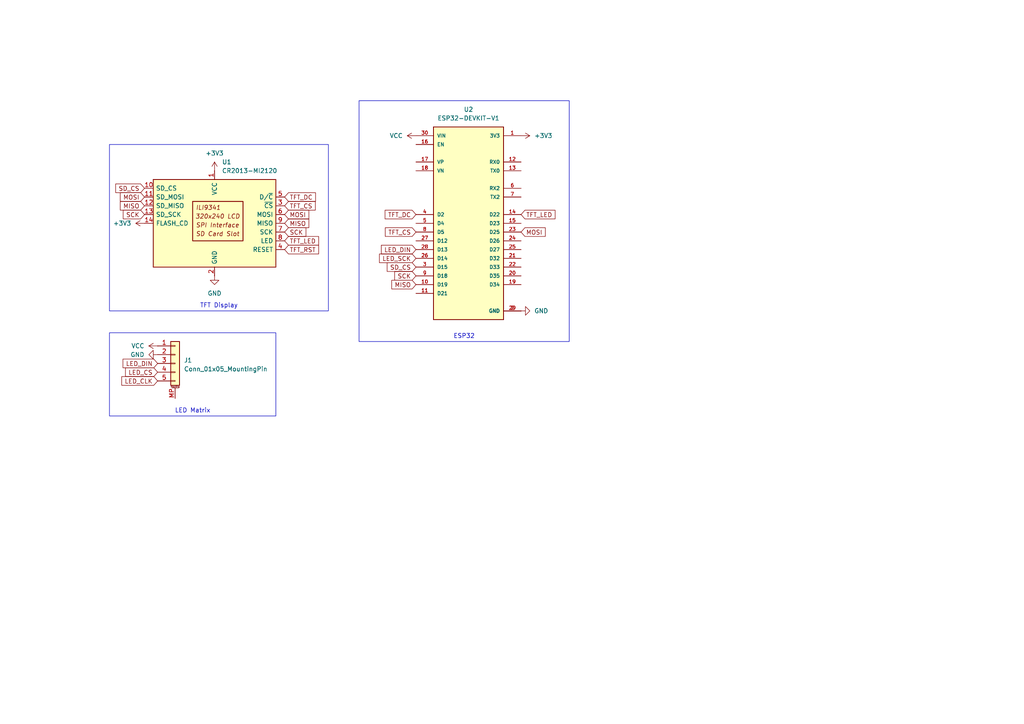
<source format=kicad_sch>
(kicad_sch (version 20250114) (generator "eeschema") (generator_version "9.0")
  (paper "A4")
  (lib_symbols
    (symbol "Connector_Generic_MountingPin:Conn_01x05_MountingPin" (pin_names (offset 1.016) (hide yes))
      (property "Reference" "J" (at 0 7.62 0))
      (property "Value" "Conn_01x05_MountingPin" (at 1.27 -7.62 0))
      (symbol "Conn_01x05_MountingPin_1_1"
        (rectangle (start -1.27 6.35) (end 1.27 -6.35) (stroke (width 0.254)) (fill (type background)))
        (rectangle (start -1.27 5.207) (end 0 4.953) (stroke (width 0.1524)))
        (rectangle (start -1.27 2.667) (end 0 2.413) (stroke (width 0.1524)))
        (rectangle (start -1.27 0.127) (end 0 -0.127) (stroke (width 0.1524)))
        (rectangle (start -1.27 -2.413) (end 0 -2.667) (stroke (width 0.1524)))
        (rectangle (start -1.27 -4.953) (end 0 -5.207) (stroke (width 0.1524)))
        (polyline (pts (xy -1.016 -7.112) (xy 1.016 -7.112)) (stroke (width 0.1524)))
        (text "Mounting" (at 0 -6.731 0) (effects (font (size 0.381 0.381))))
        (pin passive line (at -5.08 5.08 0) (length 3.81) (name "Pin_1") (number "1"))
        (pin passive line (at -5.08 2.54 0) (length 3.81) (name "Pin_2") (number "2"))
        (pin passive line (at -5.08 0 0) (length 3.81) (name "Pin_3") (number "3"))
        (pin passive line (at -5.08 -2.54 0) (length 3.81) (name "Pin_4") (number "4"))
        (pin passive line (at -5.08 -5.08 0) (length 3.81) (name "Pin_5") (number "5"))
        (pin passive line (at 0 -10.16 90) (length 3.048) (name "MountPin") (number "MP"))
      )
    )
    (symbol "Driver_Display:CR2013-MI2120" (pin_names (offset 0.762))
      (property "Reference" "U" (at -17.526 13.97 0))
      (property "Value" "CR2013-MI2120" (at 1.905 13.97 0))
      (symbol "CR2013-MI2120_0_0"
        (text "ILI9341" (at -5.461 4.572 0) (effects (font (size 1.27 1.27) (italic yes)) (justify left)))
        (text "SPI Interface" (at -5.461 -0.508 0) (effects (font (size 1.27 1.27) (italic yes)) (justify left)))
        (text "SD Card Slot" (at -5.461 -3.048 0) (effects (font (size 1.27 1.27) (italic yes)) (justify left)))
        (text "320x240 LCD" (at 0.889 2.032 0) (effects (font (size 1.27 1.27) (italic yes))))
      )
      (symbol "CR2013-MI2120_0_1"
        (rectangle (start -17.78 12.7) (end 17.78 -12.7) (stroke (width 0.254)) (fill (type background)))
        (rectangle (start -6.35 6.35) (end 8.255 -5.08) (stroke (width 0.254)))
      )
      (symbol "CR2013-MI2120_1_1"
        (pin input line (at -20.32 10.16 0) (length 2.54) (name "SD_CS") (number "10"))
        (pin input line (at -20.32 7.62 0) (length 2.54) (name "SD_MOSI") (number "11"))
        (pin output line (at -20.32 5.08 0) (length 2.54) (name "SD_MISO") (number "12"))
        (pin input line (at -20.32 2.54 0) (length 2.54) (name "SD_SCK") (number "13"))
        (pin input line (at -20.32 0 0) (length 2.54) (name "FLASH_CD") (number "14"))
        (pin power_in line (at 0 15.24 270) (length 2.54) (name "VCC") (number "1"))
        (pin power_in line (at 0 -15.24 90) (length 2.54) (name "GND") (number "2"))
        (pin input line (at 20.32 7.62 180) (length 2.54) (name "D/~{C}") (number "5"))
        (pin input line (at 20.32 5.08 180) (length 2.54) (name "~{CS}") (number "3"))
        (pin input line (at 20.32 2.54 180) (length 2.54) (name "MOSI") (number "6"))
        (pin output line (at 20.32 0 180) (length 2.54) (name "MISO") (number "9"))
        (pin input line (at 20.32 -2.54 180) (length 2.54) (name "SCK") (number "7"))
        (pin input line (at 20.32 -5.08 180) (length 2.54) (name "LED") (number "8"))
        (pin input line (at 20.32 -7.62 180) (length 2.54) (name "RESET") (number "4"))
      )
    )
    (symbol "ESP32-DEVKIT-V1:ESP32-DEVKIT-V1" (pin_names (offset 1.016))
      (property "Reference" "U" (at -10.16 30.48 0))
      (property "Value" "ESP32-DEVKIT-V1" (at -10.16 -30.48 0))
      (symbol "ESP32-DEVKIT-V1_0_0"
        (rectangle (start -10.16 -27.94) (end 10.16 27.94) (stroke (width 0.254)) (fill (type background)))
        (pin input line (at -15.24 25.4 0) (length 5.08) (name "VIN") (number "30"))
        (pin input line (at -15.24 22.86 0) (length 5.08) (name "EN") (number "16"))
        (pin bidirectional line (at -15.24 17.78 0) (length 5.08) (name "VP") (number "17"))
        (pin bidirectional line (at -15.24 15.24 0) (length 5.08) (name "VN") (number "18"))
        (pin bidirectional line (at -15.24 2.54 0) (length 5.08) (name "D2") (number "4"))
        (pin bidirectional line (at -15.24 0 0) (length 5.08) (name "D4") (number "5"))
        (pin bidirectional line (at -15.24 -2.54 0) (length 5.08) (name "D5") (number "8"))
        (pin bidirectional line (at -15.24 -5.08 0) (length 5.08) (name "D12") (number "27"))
        (pin bidirectional line (at -15.24 -7.62 0) (length 5.08) (name "D13") (number "28"))
        (pin bidirectional line (at -15.24 -10.16 0) (length 5.08) (name "D14") (number "26"))
        (pin bidirectional line (at -15.24 -12.7 0) (length 5.08) (name "D15") (number "3"))
        (pin bidirectional line (at -15.24 -15.24 0) (length 5.08) (name "D18") (number "9"))
        (pin bidirectional line (at -15.24 -17.78 0) (length 5.08) (name "D19") (number "10"))
        (pin bidirectional line (at -15.24 -20.32 0) (length 5.08) (name "D21") (number "11"))
        (pin output line (at 15.24 25.4 180) (length 5.08) (name "3V3") (number "1"))
        (pin input line (at 15.24 17.78 180) (length 5.08) (name "RX0") (number "12"))
        (pin output line (at 15.24 15.24 180) (length 5.08) (name "TX0") (number "13"))
        (pin input line (at 15.24 10.16 180) (length 5.08) (name "RX2") (number "6"))
        (pin output line (at 15.24 7.62 180) (length 5.08) (name "TX2") (number "7"))
        (pin bidirectional line (at 15.24 2.54 180) (length 5.08) (name "D22") (number "14"))
        (pin bidirectional line (at 15.24 0 180) (length 5.08) (name "D23") (number "15"))
        (pin bidirectional line (at 15.24 -2.54 180) (length 5.08) (name "D25") (number "23"))
        (pin bidirectional line (at 15.24 -5.08 180) (length 5.08) (name "D26") (number "24"))
        (pin bidirectional line (at 15.24 -7.62 180) (length 5.08) (name "D27") (number "25"))
        (pin bidirectional line (at 15.24 -10.16 180) (length 5.08) (name "D32") (number "21"))
        (pin bidirectional line (at 15.24 -12.7 180) (length 5.08) (name "D33") (number "22"))
        (pin bidirectional line (at 15.24 -15.24 180) (length 5.08) (name "D35") (number "20"))
        (pin bidirectional line (at 15.24 -17.78 180) (length 5.08) (name "D34") (number "19"))
        (pin power_in line (at 15.24 -25.4 180) (length 5.08) (name "GND") (number "2"))
        (pin power_in line (at 15.24 -25.4 180) (length 5.08) (name "GND") (number "29"))
      )
    )
    (symbol "power:+3V3" (power) (pin_numbers (hide yes)) (pin_names (offset 0) (hide yes))
      (property "Value" "+3V3" (at 0 3.556 0))
      (symbol "+3V3_0_1"
        (polyline (pts (xy -0.762 1.27) (xy 0 2.54)))
        (polyline (pts (xy 0 2.54) (xy 0.762 1.27)))
        (polyline (pts (xy 0 0) (xy 0 2.54)))
      )
      (symbol "+3V3_1_1"
        (pin power_in line (at 0 0 90) (length 0) (name "~") (number "1"))
      )
    )
    (symbol "power:GND" (power) (pin_numbers (hide yes)) (pin_names (offset 0) (hide yes))
      (property "Value" "GND" (at 0 -3.81 0))
      (symbol "GND_0_1"
        (polyline (pts (xy 0 0) (xy 0 -1.27) (xy 1.27 -1.27) (xy 0 -2.54) (xy -1.27 -1.27) (xy 0 -1.27)))
      )
      (symbol "GND_1_1"
        (pin power_in line (at 0 0 270) (length 0) (name "~") (number "1"))
      )
    )
    (symbol "power:VCC" (power) (pin_numbers (hide yes)) (pin_names (offset 0) (hide yes))
      (property "Value" "VCC" (at 0 3.556 0))
      (symbol "VCC_0_1"
        (polyline (pts (xy -0.762 1.27) (xy 0 2.54)))
        (polyline (pts (xy 0 2.54) (xy 0.762 1.27)))
        (polyline (pts (xy 0 0) (xy 0 2.54)))
      )
      (symbol "VCC_1_1"
        (pin power_in line (at 0 0 90) (length 0) (name "~") (number "1"))
      )
    )
  )
  (text_box "LED Matrix" (at 31.75 96.52 0) (size 48.26 24.13) (margins 0.9525 0.9525 0.9525 0.9525) (effects (font (size 1.27 1.27)) (justify bottom)))
  (text_box "ESP32" (at 104.14 29.21 0) (size 60.96 69.85) (margins 0.9525 0.9525 0.9525 0.9525) (effects (font (size 1.27 1.27)) (justify bottom)))
  (text_box "TFT Display" (at 31.75 41.91 0) (size 63.5 48.26) (margins 0.9525 0.9525 0.9525 0.9525) (effects (font (size 1.27 1.27)) (justify bottom)))
  (global_label "TFT_DC" (shape input) (at 120.65 62.23 180) (property "Intersheetrefs" "${INTERSHEET_REFS}" (effects (hide yes))))
  (global_label "TFT_CS" (shape input) (at 120.65 67.31 180) (property "Intersheetrefs" "${INTERSHEET_REFS}" (effects (hide yes))))
  (global_label "SCK" (shape input) (at 82.55 67.31 0) (property "Intersheetrefs" "${INTERSHEET_REFS}" (effects (hide yes))))
  (global_label "TFT_DC" (shape input) (at 82.55 57.15 0) (property "Intersheetrefs" "${INTERSHEET_REFS}" (effects (hide yes))))
  (global_label "MISO" (shape input) (at 41.91 59.69 180) (property "Intersheetrefs" "${INTERSHEET_REFS}" (effects (hide yes))))
  (global_label "SCK" (shape input) (at 41.91 62.23 180) (property "Intersheetrefs" "${INTERSHEET_REFS}" (effects (hide yes))))
  (global_label "LED_DIN" (shape input) (at 120.65 72.39 180) (property "Intersheetrefs" "${INTERSHEET_REFS}" (effects (hide yes))))
  (global_label "TFT_LED" (shape input) (at 151.13 62.23 0) (property "Intersheetrefs" "${INTERSHEET_REFS}" (effects (hide yes))))
  (global_label "LED_DIN" (shape input) (at 45.72 105.41 180) (property "Intersheetrefs" "${INTERSHEET_REFS}" (effects (hide yes))))
  (global_label "SD_CS" (shape input) (at 41.91 54.61 180) (property "Intersheetrefs" "${INTERSHEET_REFS}" (effects (hide yes))))
  (global_label "MOSI" (shape input) (at 151.13 67.31 0) (property "Intersheetrefs" "${INTERSHEET_REFS}" (effects (hide yes))))
  (global_label "LED_CLK" (shape input) (at 45.72 110.49 180) (property "Intersheetrefs" "${INTERSHEET_REFS}" (effects (hide yes))))
  (global_label "MOSI" (shape input) (at 82.55 62.23 0) (property "Intersheetrefs" "${INTERSHEET_REFS}" (effects (hide yes))))
  (global_label "SCK" (shape input) (at 120.65 80.01 180) (property "Intersheetrefs" "${INTERSHEET_REFS}" (effects (hide yes))))
  (global_label "LED_SCK" (shape input) (at 120.65 74.93 180) (property "Intersheetrefs" "${INTERSHEET_REFS}" (effects (hide yes))))
  (global_label "TFT_LED" (shape input) (at 82.55 69.85 0) (property "Intersheetrefs" "${INTERSHEET_REFS}" (effects (hide yes))))
  (global_label "TFT_RST" (shape input) (at 82.55 72.39 0) (property "Intersheetrefs" "${INTERSHEET_REFS}" (effects (hide yes))))
  (global_label "MISO" (shape input) (at 120.65 82.55 180) (property "Intersheetrefs" "${INTERSHEET_REFS}" (effects (hide yes))))
  (global_label "SD_CS" (shape input) (at 120.65 77.47 180) (property "Intersheetrefs" "${INTERSHEET_REFS}" (effects (hide yes))))
  (global_label "TFT_CS" (shape input) (at 82.55 59.69 0) (property "Intersheetrefs" "${INTERSHEET_REFS}" (effects (hide yes))))
  (global_label "MOSI" (shape input) (at 41.91 57.15 180) (property "Intersheetrefs" "${INTERSHEET_REFS}" (effects (hide yes))))
  (global_label "LED_CS" (shape input) (at 45.72 107.95 180) (property "Intersheetrefs" "${INTERSHEET_REFS}" (effects (hide yes))))
  (global_label "MISO" (shape input) (at 82.55 64.77 0) (property "Intersheetrefs" "${INTERSHEET_REFS}" (effects (hide yes))))
  (symbol (lib_id "power:VCC") (at 120.65 39.37 90) (unit 1)
    (property "Reference" "#PWR08" (effects (hide yes)))
    (property "Value" "VCC" (at 116.84 39.3699 90) (effects (justify left)))
    (property "Description" "Power symbol creates a global label with name \"VCC\"" (effects (hide yes)))
  )
  (symbol (lib_id "power:GND") (at 151.13 90.17 90) (unit 1)
    (property "Reference" "#PWR02" (effects (hide yes)))
    (property "Value" "GND" (at 154.94 90.1699 90) (effects (justify right)))
    (property "Description" "Power symbol creates a global label with name \"GND\" , ground" (effects (hide yes)))
  )
  (symbol (lib_id "Driver_Display:CR2013-MI2120") (at 62.23 64.77 0) (unit 1)
    (property "Reference" "U1" (at 64.3733 46.99 0) (effects (justify left)))
    (property "Value" "CR2013-MI2120" (at 64.3733 49.53 0) (effects (justify left)))
    (property "Footprint" "Display:CR2013-MI2120" (effects (hide yes)))
    (property "Datasheet" "http://pan.baidu.com/s/11Y990" (effects (hide yes)))
    (property "Description" "ILI9341 controller, SPI TFT LCD Display, 9-pin breakout PCB, 4-pin SD card interface, 5V/3.3V" (effects (hide yes)))
  )
  (symbol (lib_id "Connector_Generic_MountingPin:Conn_01x05_MountingPin") (at 50.8 105.41 0) (unit 1)
    (property "Reference" "J1" (at 53.34 104.4955 0) (effects (justify left)))
    (property "Value" "Conn_01x05_MountingPin" (at 53.34 107.0355 0) (effects (justify left)))
    (property "Footprint" "Connector_PinHeader_2.54mm:PinHeader_1x05_P2.54mm_Vertical" (effects (hide yes)))
    (property "Description" "Generic connectable mounting pin connector, single row, 01x05, script generated (kicad-library-utils/schlib/autogen/connector/)" (effects (hide yes)))
  )
  (symbol (lib_id "power:GND") (at 45.72 102.87 270) (unit 1)
    (property "Reference" "#PWR07" (effects (hide yes)))
    (property "Value" "GND" (at 41.91 102.8699 90) (effects (justify right)))
    (property "Description" "Power symbol creates a global label with name \"GND\" , ground" (effects (hide yes)))
  )
  (symbol (lib_id "power:+3V3") (at 62.23 49.53 0) (unit 1)
    (property "Reference" "#PWR04" (effects (hide yes)))
    (property "Value" "+3V3" (at 62.23 44.45 0))
    (property "Description" "Power symbol creates a global label with name \"+3V3\"" (effects (hide yes)))
  )
  (symbol (lib_id "power:GND") (at 62.23 80.01 0) (unit 1)
    (property "Reference" "#PWR03" (effects (hide yes)))
    (property "Value" "GND" (at 62.23 85.09 0))
    (property "Description" "Power symbol creates a global label with name \"GND\" , ground" (effects (hide yes)))
  )
  (symbol (lib_id "power:VCC") (at 45.72 100.33 90) (unit 1)
    (property "Reference" "#PWR06" (effects (hide yes)))
    (property "Value" "VCC" (at 41.91 100.3299 90) (effects (justify left)))
    (property "Description" "Power symbol creates a global label with name \"VCC\"" (effects (hide yes)))
  )
  (symbol (lib_id "power:+3V3") (at 151.13 39.37 270) (unit 1)
    (property "Reference" "#PWR01" (effects (hide yes)))
    (property "Value" "+3V3" (at 154.94 39.3699 90) (effects (justify left)))
    (property "Description" "Power symbol creates a global label with name \"+3V3\"" (effects (hide yes)))
  )
  (symbol (lib_id "power:+3V3") (at 41.91 64.77 90) (unit 1)
    (property "Reference" "#PWR05" (effects (hide yes)))
    (property "Value" "+3V3" (at 38.1 64.7699 90) (effects (justify left)))
    (property "Description" "Power symbol creates a global label with name \"+3V3\"" (effects (hide yes)))
  )
  (symbol (lib_id "ESP32-DEVKIT-V1:ESP32-DEVKIT-V1") (at 135.89 64.77 0) (unit 1)
    (property "Reference" "U2" (at 135.89 31.75 0))
    (property "Value" "ESP32-DEVKIT-V1" (at 135.89 34.29 0))
    (property "Footprint" "ESP32-DEVKIT-V1:MODULE_ESP32_DEVKIT_V1" (effects (hide yes)))
    (property "MF" "Do it" (effects (hide yes)))
    (property "MAXIMUM_PACKAGE_HEIGHT" "6.8 mm" (effects (hide yes)))
    (property "Package" "None" (effects (hide yes)))
    (property "Price" "None" (effects (hide yes)))
    (property "Check_prices" "https://www.snapeda.com/parts/ESP32-DEVKIT-V1/Do+it/view-part/?ref=eda" (effects (hide yes)))
    (property "STANDARD" "Manufacturer Recommendations" (effects (hide yes)))
    (property "PARTREV" "N/A" (effects (hide yes)))
    (property "SnapEDA_Link" "https://www.snapeda.com/parts/ESP32-DEVKIT-V1/Do+it/view-part/?ref=snap" (effects (hide yes)))
    (property "MP" "ESP32-DEVKIT-V1" (effects (hide yes)))
    (property "Description_1" "Dual core, Wi-Fi: 2.4 GHz up to 150 Mbits/s,BLE (Bluetooth Low Energy) and legacy Bluetooth, 32 bits, Up to 240 MHz" (effects (hide yes)))
    (property "Availability" "Not in stock" (effects (hide yes)))
    (property "MANUFACTURER" "DOIT" (effects (hide yes)))
  )
)
</source>
